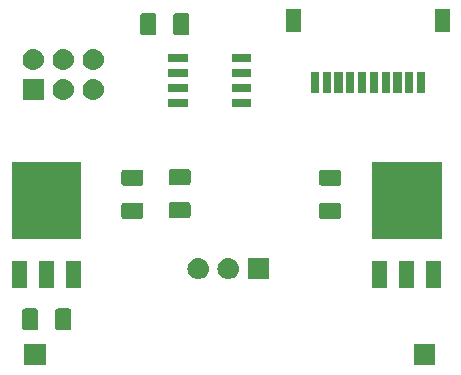
<source format=gbr>
G04 #@! TF.GenerationSoftware,KiCad,Pcbnew,(5.0.2)-1*
G04 #@! TF.CreationDate,2019-01-12T16:11:02-05:00*
G04 #@! TF.ProjectId,megadesk,6d656761-6465-4736-9b2e-6b696361645f,rev?*
G04 #@! TF.SameCoordinates,Original*
G04 #@! TF.FileFunction,Soldermask,Top*
G04 #@! TF.FilePolarity,Negative*
%FSLAX46Y46*%
G04 Gerber Fmt 4.6, Leading zero omitted, Abs format (unit mm)*
G04 Created by KiCad (PCBNEW (5.0.2)-1) date 2019-01-12 4:11:02 PM*
%MOMM*%
%LPD*%
G01*
G04 APERTURE LIST*
%ADD10C,0.100000*%
G04 APERTURE END LIST*
D10*
G36*
X136600000Y-135500000D02*
X134800000Y-135500000D01*
X134800000Y-133700000D01*
X136600000Y-133700000D01*
X136600000Y-135500000D01*
X136600000Y-135500000D01*
G37*
G36*
X103600000Y-135500000D02*
X101800000Y-135500000D01*
X101800000Y-133700000D01*
X103600000Y-133700000D01*
X103600000Y-135500000D01*
X103600000Y-135500000D01*
G37*
G36*
X105617926Y-130679340D02*
X105654390Y-130690402D01*
X105687998Y-130708366D01*
X105717458Y-130732542D01*
X105741634Y-130762002D01*
X105759598Y-130795610D01*
X105770660Y-130832074D01*
X105775000Y-130876141D01*
X105775000Y-132323859D01*
X105770660Y-132367926D01*
X105759598Y-132404390D01*
X105741634Y-132437998D01*
X105717458Y-132467458D01*
X105687998Y-132491634D01*
X105654390Y-132509598D01*
X105617926Y-132520660D01*
X105573859Y-132525000D01*
X104626141Y-132525000D01*
X104582074Y-132520660D01*
X104545610Y-132509598D01*
X104512002Y-132491634D01*
X104482542Y-132467458D01*
X104458366Y-132437998D01*
X104440402Y-132404390D01*
X104429340Y-132367926D01*
X104425000Y-132323859D01*
X104425000Y-130876141D01*
X104429340Y-130832074D01*
X104440402Y-130795610D01*
X104458366Y-130762002D01*
X104482542Y-130732542D01*
X104512002Y-130708366D01*
X104545610Y-130690402D01*
X104582074Y-130679340D01*
X104626141Y-130675000D01*
X105573859Y-130675000D01*
X105617926Y-130679340D01*
X105617926Y-130679340D01*
G37*
G36*
X102817926Y-130679340D02*
X102854390Y-130690402D01*
X102887998Y-130708366D01*
X102917458Y-130732542D01*
X102941634Y-130762002D01*
X102959598Y-130795610D01*
X102970660Y-130832074D01*
X102975000Y-130876141D01*
X102975000Y-132323859D01*
X102970660Y-132367926D01*
X102959598Y-132404390D01*
X102941634Y-132437998D01*
X102917458Y-132467458D01*
X102887998Y-132491634D01*
X102854390Y-132509598D01*
X102817926Y-132520660D01*
X102773859Y-132525000D01*
X101826141Y-132525000D01*
X101782074Y-132520660D01*
X101745610Y-132509598D01*
X101712002Y-132491634D01*
X101682542Y-132467458D01*
X101658366Y-132437998D01*
X101640402Y-132404390D01*
X101629340Y-132367926D01*
X101625000Y-132323859D01*
X101625000Y-130876141D01*
X101629340Y-130832074D01*
X101640402Y-130795610D01*
X101658366Y-130762002D01*
X101682542Y-130732542D01*
X101712002Y-130708366D01*
X101745610Y-130690402D01*
X101782074Y-130679340D01*
X101826141Y-130675000D01*
X102773859Y-130675000D01*
X102817926Y-130679340D01*
X102817926Y-130679340D01*
G37*
G36*
X137105000Y-128975000D02*
X135805000Y-128975000D01*
X135805000Y-126675000D01*
X137105000Y-126675000D01*
X137105000Y-128975000D01*
X137105000Y-128975000D01*
G37*
G36*
X132545000Y-128975000D02*
X131245000Y-128975000D01*
X131245000Y-126675000D01*
X132545000Y-126675000D01*
X132545000Y-128975000D01*
X132545000Y-128975000D01*
G37*
G36*
X134825000Y-128975000D02*
X133525000Y-128975000D01*
X133525000Y-126675000D01*
X134825000Y-126675000D01*
X134825000Y-128975000D01*
X134825000Y-128975000D01*
G37*
G36*
X106605000Y-128975000D02*
X105305000Y-128975000D01*
X105305000Y-126675000D01*
X106605000Y-126675000D01*
X106605000Y-128975000D01*
X106605000Y-128975000D01*
G37*
G36*
X104325000Y-128975000D02*
X103025000Y-128975000D01*
X103025000Y-126675000D01*
X104325000Y-126675000D01*
X104325000Y-128975000D01*
X104325000Y-128975000D01*
G37*
G36*
X102045000Y-128975000D02*
X100745000Y-128975000D01*
X100745000Y-126675000D01*
X102045000Y-126675000D01*
X102045000Y-128975000D01*
X102045000Y-128975000D01*
G37*
G36*
X116696432Y-126413022D02*
X116866081Y-126464485D01*
X117022433Y-126548056D01*
X117159475Y-126660525D01*
X117271944Y-126797567D01*
X117355515Y-126953919D01*
X117406978Y-127123568D01*
X117424354Y-127300000D01*
X117406978Y-127476432D01*
X117355515Y-127646081D01*
X117271944Y-127802433D01*
X117159475Y-127939475D01*
X117022433Y-128051944D01*
X116866081Y-128135515D01*
X116696432Y-128186978D01*
X116564211Y-128200000D01*
X116475789Y-128200000D01*
X116343568Y-128186978D01*
X116173919Y-128135515D01*
X116017567Y-128051944D01*
X115880525Y-127939475D01*
X115768056Y-127802433D01*
X115684485Y-127646081D01*
X115633022Y-127476432D01*
X115615646Y-127300000D01*
X115633022Y-127123568D01*
X115684485Y-126953919D01*
X115768056Y-126797567D01*
X115880525Y-126660525D01*
X116017567Y-126548056D01*
X116173919Y-126464485D01*
X116343568Y-126413022D01*
X116475789Y-126400000D01*
X116564211Y-126400000D01*
X116696432Y-126413022D01*
X116696432Y-126413022D01*
G37*
G36*
X119236432Y-126413022D02*
X119406081Y-126464485D01*
X119562433Y-126548056D01*
X119699475Y-126660525D01*
X119811944Y-126797567D01*
X119895515Y-126953919D01*
X119946978Y-127123568D01*
X119964354Y-127300000D01*
X119946978Y-127476432D01*
X119895515Y-127646081D01*
X119811944Y-127802433D01*
X119699475Y-127939475D01*
X119562433Y-128051944D01*
X119406081Y-128135515D01*
X119236432Y-128186978D01*
X119104211Y-128200000D01*
X119015789Y-128200000D01*
X118883568Y-128186978D01*
X118713919Y-128135515D01*
X118557567Y-128051944D01*
X118420525Y-127939475D01*
X118308056Y-127802433D01*
X118224485Y-127646081D01*
X118173022Y-127476432D01*
X118155646Y-127300000D01*
X118173022Y-127123568D01*
X118224485Y-126953919D01*
X118308056Y-126797567D01*
X118420525Y-126660525D01*
X118557567Y-126548056D01*
X118713919Y-126464485D01*
X118883568Y-126413022D01*
X119015789Y-126400000D01*
X119104211Y-126400000D01*
X119236432Y-126413022D01*
X119236432Y-126413022D01*
G37*
G36*
X122500000Y-128200000D02*
X120700000Y-128200000D01*
X120700000Y-126400000D01*
X122500000Y-126400000D01*
X122500000Y-128200000D01*
X122500000Y-128200000D01*
G37*
G36*
X106625000Y-124775000D02*
X100725000Y-124775000D01*
X100725000Y-118275000D01*
X106625000Y-118275000D01*
X106625000Y-124775000D01*
X106625000Y-124775000D01*
G37*
G36*
X137125000Y-124775000D02*
X131225000Y-124775000D01*
X131225000Y-118275000D01*
X137125000Y-118275000D01*
X137125000Y-124775000D01*
X137125000Y-124775000D01*
G37*
G36*
X128467926Y-121729340D02*
X128504390Y-121740402D01*
X128537998Y-121758366D01*
X128567458Y-121782542D01*
X128591634Y-121812002D01*
X128609598Y-121845610D01*
X128620660Y-121882074D01*
X128625000Y-121926141D01*
X128625000Y-122873859D01*
X128620660Y-122917926D01*
X128609598Y-122954390D01*
X128591634Y-122987998D01*
X128567458Y-123017458D01*
X128537998Y-123041634D01*
X128504390Y-123059598D01*
X128467926Y-123070660D01*
X128423859Y-123075000D01*
X126976141Y-123075000D01*
X126932074Y-123070660D01*
X126895610Y-123059598D01*
X126862002Y-123041634D01*
X126832542Y-123017458D01*
X126808366Y-122987998D01*
X126790402Y-122954390D01*
X126779340Y-122917926D01*
X126775000Y-122873859D01*
X126775000Y-121926141D01*
X126779340Y-121882074D01*
X126790402Y-121845610D01*
X126808366Y-121812002D01*
X126832542Y-121782542D01*
X126862002Y-121758366D01*
X126895610Y-121740402D01*
X126932074Y-121729340D01*
X126976141Y-121725000D01*
X128423859Y-121725000D01*
X128467926Y-121729340D01*
X128467926Y-121729340D01*
G37*
G36*
X111717926Y-121729340D02*
X111754390Y-121740402D01*
X111787998Y-121758366D01*
X111817458Y-121782542D01*
X111841634Y-121812002D01*
X111859598Y-121845610D01*
X111870660Y-121882074D01*
X111875000Y-121926141D01*
X111875000Y-122873859D01*
X111870660Y-122917926D01*
X111859598Y-122954390D01*
X111841634Y-122987998D01*
X111817458Y-123017458D01*
X111787998Y-123041634D01*
X111754390Y-123059598D01*
X111717926Y-123070660D01*
X111673859Y-123075000D01*
X110226141Y-123075000D01*
X110182074Y-123070660D01*
X110145610Y-123059598D01*
X110112002Y-123041634D01*
X110082542Y-123017458D01*
X110058366Y-122987998D01*
X110040402Y-122954390D01*
X110029340Y-122917926D01*
X110025000Y-122873859D01*
X110025000Y-121926141D01*
X110029340Y-121882074D01*
X110040402Y-121845610D01*
X110058366Y-121812002D01*
X110082542Y-121782542D01*
X110112002Y-121758366D01*
X110145610Y-121740402D01*
X110182074Y-121729340D01*
X110226141Y-121725000D01*
X111673859Y-121725000D01*
X111717926Y-121729340D01*
X111717926Y-121729340D01*
G37*
G36*
X115717926Y-121679340D02*
X115754390Y-121690402D01*
X115787998Y-121708366D01*
X115817458Y-121732542D01*
X115841634Y-121762002D01*
X115859598Y-121795610D01*
X115870660Y-121832074D01*
X115875000Y-121876141D01*
X115875000Y-122823859D01*
X115870660Y-122867926D01*
X115859598Y-122904390D01*
X115841634Y-122937998D01*
X115817458Y-122967458D01*
X115787998Y-122991634D01*
X115754390Y-123009598D01*
X115717926Y-123020660D01*
X115673859Y-123025000D01*
X114226141Y-123025000D01*
X114182074Y-123020660D01*
X114145610Y-123009598D01*
X114112002Y-122991634D01*
X114082542Y-122967458D01*
X114058366Y-122937998D01*
X114040402Y-122904390D01*
X114029340Y-122867926D01*
X114025000Y-122823859D01*
X114025000Y-121876141D01*
X114029340Y-121832074D01*
X114040402Y-121795610D01*
X114058366Y-121762002D01*
X114082542Y-121732542D01*
X114112002Y-121708366D01*
X114145610Y-121690402D01*
X114182074Y-121679340D01*
X114226141Y-121675000D01*
X115673859Y-121675000D01*
X115717926Y-121679340D01*
X115717926Y-121679340D01*
G37*
G36*
X128467926Y-118929340D02*
X128504390Y-118940402D01*
X128537998Y-118958366D01*
X128567458Y-118982542D01*
X128591634Y-119012002D01*
X128609598Y-119045610D01*
X128620660Y-119082074D01*
X128625000Y-119126141D01*
X128625000Y-120073859D01*
X128620660Y-120117926D01*
X128609598Y-120154390D01*
X128591634Y-120187998D01*
X128567458Y-120217458D01*
X128537998Y-120241634D01*
X128504390Y-120259598D01*
X128467926Y-120270660D01*
X128423859Y-120275000D01*
X126976141Y-120275000D01*
X126932074Y-120270660D01*
X126895610Y-120259598D01*
X126862002Y-120241634D01*
X126832542Y-120217458D01*
X126808366Y-120187998D01*
X126790402Y-120154390D01*
X126779340Y-120117926D01*
X126775000Y-120073859D01*
X126775000Y-119126141D01*
X126779340Y-119082074D01*
X126790402Y-119045610D01*
X126808366Y-119012002D01*
X126832542Y-118982542D01*
X126862002Y-118958366D01*
X126895610Y-118940402D01*
X126932074Y-118929340D01*
X126976141Y-118925000D01*
X128423859Y-118925000D01*
X128467926Y-118929340D01*
X128467926Y-118929340D01*
G37*
G36*
X111717926Y-118929340D02*
X111754390Y-118940402D01*
X111787998Y-118958366D01*
X111817458Y-118982542D01*
X111841634Y-119012002D01*
X111859598Y-119045610D01*
X111870660Y-119082074D01*
X111875000Y-119126141D01*
X111875000Y-120073859D01*
X111870660Y-120117926D01*
X111859598Y-120154390D01*
X111841634Y-120187998D01*
X111817458Y-120217458D01*
X111787998Y-120241634D01*
X111754390Y-120259598D01*
X111717926Y-120270660D01*
X111673859Y-120275000D01*
X110226141Y-120275000D01*
X110182074Y-120270660D01*
X110145610Y-120259598D01*
X110112002Y-120241634D01*
X110082542Y-120217458D01*
X110058366Y-120187998D01*
X110040402Y-120154390D01*
X110029340Y-120117926D01*
X110025000Y-120073859D01*
X110025000Y-119126141D01*
X110029340Y-119082074D01*
X110040402Y-119045610D01*
X110058366Y-119012002D01*
X110082542Y-118982542D01*
X110112002Y-118958366D01*
X110145610Y-118940402D01*
X110182074Y-118929340D01*
X110226141Y-118925000D01*
X111673859Y-118925000D01*
X111717926Y-118929340D01*
X111717926Y-118929340D01*
G37*
G36*
X115717926Y-118879340D02*
X115754390Y-118890402D01*
X115787998Y-118908366D01*
X115817458Y-118932542D01*
X115841634Y-118962002D01*
X115859598Y-118995610D01*
X115870660Y-119032074D01*
X115875000Y-119076141D01*
X115875000Y-120023859D01*
X115870660Y-120067926D01*
X115859598Y-120104390D01*
X115841634Y-120137998D01*
X115817458Y-120167458D01*
X115787998Y-120191634D01*
X115754390Y-120209598D01*
X115717926Y-120220660D01*
X115673859Y-120225000D01*
X114226141Y-120225000D01*
X114182074Y-120220660D01*
X114145610Y-120209598D01*
X114112002Y-120191634D01*
X114082542Y-120167458D01*
X114058366Y-120137998D01*
X114040402Y-120104390D01*
X114029340Y-120067926D01*
X114025000Y-120023859D01*
X114025000Y-119076141D01*
X114029340Y-119032074D01*
X114040402Y-118995610D01*
X114058366Y-118962002D01*
X114082542Y-118932542D01*
X114112002Y-118908366D01*
X114145610Y-118890402D01*
X114182074Y-118879340D01*
X114226141Y-118875000D01*
X115673859Y-118875000D01*
X115717926Y-118879340D01*
X115717926Y-118879340D01*
G37*
G36*
X115625000Y-113655000D02*
X113975000Y-113655000D01*
X113975000Y-112955000D01*
X115625000Y-112955000D01*
X115625000Y-113655000D01*
X115625000Y-113655000D01*
G37*
G36*
X121025000Y-113655000D02*
X119375000Y-113655000D01*
X119375000Y-112955000D01*
X121025000Y-112955000D01*
X121025000Y-113655000D01*
X121025000Y-113655000D01*
G37*
G36*
X105276432Y-111253022D02*
X105446081Y-111304485D01*
X105602433Y-111388056D01*
X105739475Y-111500525D01*
X105851944Y-111637567D01*
X105935515Y-111793919D01*
X105986978Y-111963568D01*
X106004354Y-112140000D01*
X105986978Y-112316432D01*
X105935515Y-112486081D01*
X105851944Y-112642433D01*
X105739475Y-112779475D01*
X105602433Y-112891944D01*
X105446081Y-112975515D01*
X105276432Y-113026978D01*
X105144211Y-113040000D01*
X105055789Y-113040000D01*
X104923568Y-113026978D01*
X104753919Y-112975515D01*
X104597567Y-112891944D01*
X104460525Y-112779475D01*
X104348056Y-112642433D01*
X104264485Y-112486081D01*
X104213022Y-112316432D01*
X104195646Y-112140000D01*
X104213022Y-111963568D01*
X104264485Y-111793919D01*
X104348056Y-111637567D01*
X104460525Y-111500525D01*
X104597567Y-111388056D01*
X104753919Y-111304485D01*
X104923568Y-111253022D01*
X105055789Y-111240000D01*
X105144211Y-111240000D01*
X105276432Y-111253022D01*
X105276432Y-111253022D01*
G37*
G36*
X107816432Y-111253022D02*
X107986081Y-111304485D01*
X108142433Y-111388056D01*
X108279475Y-111500525D01*
X108391944Y-111637567D01*
X108475515Y-111793919D01*
X108526978Y-111963568D01*
X108544354Y-112140000D01*
X108526978Y-112316432D01*
X108475515Y-112486081D01*
X108391944Y-112642433D01*
X108279475Y-112779475D01*
X108142433Y-112891944D01*
X107986081Y-112975515D01*
X107816432Y-113026978D01*
X107684211Y-113040000D01*
X107595789Y-113040000D01*
X107463568Y-113026978D01*
X107293919Y-112975515D01*
X107137567Y-112891944D01*
X107000525Y-112779475D01*
X106888056Y-112642433D01*
X106804485Y-112486081D01*
X106753022Y-112316432D01*
X106735646Y-112140000D01*
X106753022Y-111963568D01*
X106804485Y-111793919D01*
X106888056Y-111637567D01*
X107000525Y-111500525D01*
X107137567Y-111388056D01*
X107293919Y-111304485D01*
X107463568Y-111253022D01*
X107595789Y-111240000D01*
X107684211Y-111240000D01*
X107816432Y-111253022D01*
X107816432Y-111253022D01*
G37*
G36*
X103460000Y-113040000D02*
X101660000Y-113040000D01*
X101660000Y-111240000D01*
X103460000Y-111240000D01*
X103460000Y-113040000D01*
X103460000Y-113040000D01*
G37*
G36*
X135750000Y-112450000D02*
X135050000Y-112450000D01*
X135050000Y-110650000D01*
X135750000Y-110650000D01*
X135750000Y-112450000D01*
X135750000Y-112450000D01*
G37*
G36*
X126750000Y-112450000D02*
X126050000Y-112450000D01*
X126050000Y-110650000D01*
X126750000Y-110650000D01*
X126750000Y-112450000D01*
X126750000Y-112450000D01*
G37*
G36*
X127750000Y-112450000D02*
X127050000Y-112450000D01*
X127050000Y-110650000D01*
X127750000Y-110650000D01*
X127750000Y-112450000D01*
X127750000Y-112450000D01*
G37*
G36*
X128750000Y-112450000D02*
X128050000Y-112450000D01*
X128050000Y-110650000D01*
X128750000Y-110650000D01*
X128750000Y-112450000D01*
X128750000Y-112450000D01*
G37*
G36*
X130750000Y-112450000D02*
X130050000Y-112450000D01*
X130050000Y-110650000D01*
X130750000Y-110650000D01*
X130750000Y-112450000D01*
X130750000Y-112450000D01*
G37*
G36*
X129750000Y-112450000D02*
X129050000Y-112450000D01*
X129050000Y-110650000D01*
X129750000Y-110650000D01*
X129750000Y-112450000D01*
X129750000Y-112450000D01*
G37*
G36*
X131750000Y-112450000D02*
X131050000Y-112450000D01*
X131050000Y-110650000D01*
X131750000Y-110650000D01*
X131750000Y-112450000D01*
X131750000Y-112450000D01*
G37*
G36*
X132750000Y-112450000D02*
X132050000Y-112450000D01*
X132050000Y-110650000D01*
X132750000Y-110650000D01*
X132750000Y-112450000D01*
X132750000Y-112450000D01*
G37*
G36*
X133750000Y-112450000D02*
X133050000Y-112450000D01*
X133050000Y-110650000D01*
X133750000Y-110650000D01*
X133750000Y-112450000D01*
X133750000Y-112450000D01*
G37*
G36*
X134750000Y-112450000D02*
X134050000Y-112450000D01*
X134050000Y-110650000D01*
X134750000Y-110650000D01*
X134750000Y-112450000D01*
X134750000Y-112450000D01*
G37*
G36*
X115625000Y-112385000D02*
X113975000Y-112385000D01*
X113975000Y-111685000D01*
X115625000Y-111685000D01*
X115625000Y-112385000D01*
X115625000Y-112385000D01*
G37*
G36*
X121025000Y-112385000D02*
X119375000Y-112385000D01*
X119375000Y-111685000D01*
X121025000Y-111685000D01*
X121025000Y-112385000D01*
X121025000Y-112385000D01*
G37*
G36*
X121025000Y-111115000D02*
X119375000Y-111115000D01*
X119375000Y-110415000D01*
X121025000Y-110415000D01*
X121025000Y-111115000D01*
X121025000Y-111115000D01*
G37*
G36*
X115625000Y-111115000D02*
X113975000Y-111115000D01*
X113975000Y-110415000D01*
X115625000Y-110415000D01*
X115625000Y-111115000D01*
X115625000Y-111115000D01*
G37*
G36*
X107816432Y-108713022D02*
X107986081Y-108764485D01*
X108142433Y-108848056D01*
X108279475Y-108960525D01*
X108391944Y-109097567D01*
X108475515Y-109253919D01*
X108526978Y-109423568D01*
X108544354Y-109600000D01*
X108526978Y-109776432D01*
X108475515Y-109946081D01*
X108391944Y-110102433D01*
X108279475Y-110239475D01*
X108142433Y-110351944D01*
X107986081Y-110435515D01*
X107816432Y-110486978D01*
X107684211Y-110500000D01*
X107595789Y-110500000D01*
X107463568Y-110486978D01*
X107293919Y-110435515D01*
X107137567Y-110351944D01*
X107000525Y-110239475D01*
X106888056Y-110102433D01*
X106804485Y-109946081D01*
X106753022Y-109776432D01*
X106735646Y-109600000D01*
X106753022Y-109423568D01*
X106804485Y-109253919D01*
X106888056Y-109097567D01*
X107000525Y-108960525D01*
X107137567Y-108848056D01*
X107293919Y-108764485D01*
X107463568Y-108713022D01*
X107595789Y-108700000D01*
X107684211Y-108700000D01*
X107816432Y-108713022D01*
X107816432Y-108713022D01*
G37*
G36*
X102736432Y-108713022D02*
X102906081Y-108764485D01*
X103062433Y-108848056D01*
X103199475Y-108960525D01*
X103311944Y-109097567D01*
X103395515Y-109253919D01*
X103446978Y-109423568D01*
X103464354Y-109600000D01*
X103446978Y-109776432D01*
X103395515Y-109946081D01*
X103311944Y-110102433D01*
X103199475Y-110239475D01*
X103062433Y-110351944D01*
X102906081Y-110435515D01*
X102736432Y-110486978D01*
X102604211Y-110500000D01*
X102515789Y-110500000D01*
X102383568Y-110486978D01*
X102213919Y-110435515D01*
X102057567Y-110351944D01*
X101920525Y-110239475D01*
X101808056Y-110102433D01*
X101724485Y-109946081D01*
X101673022Y-109776432D01*
X101655646Y-109600000D01*
X101673022Y-109423568D01*
X101724485Y-109253919D01*
X101808056Y-109097567D01*
X101920525Y-108960525D01*
X102057567Y-108848056D01*
X102213919Y-108764485D01*
X102383568Y-108713022D01*
X102515789Y-108700000D01*
X102604211Y-108700000D01*
X102736432Y-108713022D01*
X102736432Y-108713022D01*
G37*
G36*
X105276432Y-108713022D02*
X105446081Y-108764485D01*
X105602433Y-108848056D01*
X105739475Y-108960525D01*
X105851944Y-109097567D01*
X105935515Y-109253919D01*
X105986978Y-109423568D01*
X106004354Y-109600000D01*
X105986978Y-109776432D01*
X105935515Y-109946081D01*
X105851944Y-110102433D01*
X105739475Y-110239475D01*
X105602433Y-110351944D01*
X105446081Y-110435515D01*
X105276432Y-110486978D01*
X105144211Y-110500000D01*
X105055789Y-110500000D01*
X104923568Y-110486978D01*
X104753919Y-110435515D01*
X104597567Y-110351944D01*
X104460525Y-110239475D01*
X104348056Y-110102433D01*
X104264485Y-109946081D01*
X104213022Y-109776432D01*
X104195646Y-109600000D01*
X104213022Y-109423568D01*
X104264485Y-109253919D01*
X104348056Y-109097567D01*
X104460525Y-108960525D01*
X104597567Y-108848056D01*
X104753919Y-108764485D01*
X104923568Y-108713022D01*
X105055789Y-108700000D01*
X105144211Y-108700000D01*
X105276432Y-108713022D01*
X105276432Y-108713022D01*
G37*
G36*
X121025000Y-109845000D02*
X119375000Y-109845000D01*
X119375000Y-109145000D01*
X121025000Y-109145000D01*
X121025000Y-109845000D01*
X121025000Y-109845000D01*
G37*
G36*
X115625000Y-109845000D02*
X113975000Y-109845000D01*
X113975000Y-109145000D01*
X115625000Y-109145000D01*
X115625000Y-109845000D01*
X115625000Y-109845000D01*
G37*
G36*
X115617926Y-105679340D02*
X115654390Y-105690402D01*
X115687998Y-105708366D01*
X115717458Y-105732542D01*
X115741634Y-105762002D01*
X115759598Y-105795610D01*
X115770660Y-105832074D01*
X115775000Y-105876141D01*
X115775000Y-107323859D01*
X115770660Y-107367926D01*
X115759598Y-107404390D01*
X115741634Y-107437998D01*
X115717458Y-107467458D01*
X115687998Y-107491634D01*
X115654390Y-107509598D01*
X115617926Y-107520660D01*
X115573859Y-107525000D01*
X114626141Y-107525000D01*
X114582074Y-107520660D01*
X114545610Y-107509598D01*
X114512002Y-107491634D01*
X114482542Y-107467458D01*
X114458366Y-107437998D01*
X114440402Y-107404390D01*
X114429340Y-107367926D01*
X114425000Y-107323859D01*
X114425000Y-105876141D01*
X114429340Y-105832074D01*
X114440402Y-105795610D01*
X114458366Y-105762002D01*
X114482542Y-105732542D01*
X114512002Y-105708366D01*
X114545610Y-105690402D01*
X114582074Y-105679340D01*
X114626141Y-105675000D01*
X115573859Y-105675000D01*
X115617926Y-105679340D01*
X115617926Y-105679340D01*
G37*
G36*
X112817926Y-105679340D02*
X112854390Y-105690402D01*
X112887998Y-105708366D01*
X112917458Y-105732542D01*
X112941634Y-105762002D01*
X112959598Y-105795610D01*
X112970660Y-105832074D01*
X112975000Y-105876141D01*
X112975000Y-107323859D01*
X112970660Y-107367926D01*
X112959598Y-107404390D01*
X112941634Y-107437998D01*
X112917458Y-107467458D01*
X112887998Y-107491634D01*
X112854390Y-107509598D01*
X112817926Y-107520660D01*
X112773859Y-107525000D01*
X111826141Y-107525000D01*
X111782074Y-107520660D01*
X111745610Y-107509598D01*
X111712002Y-107491634D01*
X111682542Y-107467458D01*
X111658366Y-107437998D01*
X111640402Y-107404390D01*
X111629340Y-107367926D01*
X111625000Y-107323859D01*
X111625000Y-105876141D01*
X111629340Y-105832074D01*
X111640402Y-105795610D01*
X111658366Y-105762002D01*
X111682542Y-105732542D01*
X111712002Y-105708366D01*
X111745610Y-105690402D01*
X111782074Y-105679340D01*
X111826141Y-105675000D01*
X112773859Y-105675000D01*
X112817926Y-105679340D01*
X112817926Y-105679340D01*
G37*
G36*
X137850000Y-107250000D02*
X136550000Y-107250000D01*
X136550000Y-105350000D01*
X137850000Y-105350000D01*
X137850000Y-107250000D01*
X137850000Y-107250000D01*
G37*
G36*
X125250000Y-107250000D02*
X123950000Y-107250000D01*
X123950000Y-105350000D01*
X125250000Y-105350000D01*
X125250000Y-107250000D01*
X125250000Y-107250000D01*
G37*
M02*

</source>
